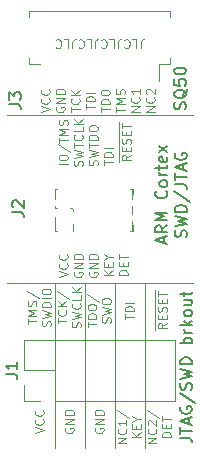
<source format=gbr>
%TF.GenerationSoftware,KiCad,Pcbnew,5.1.10*%
%TF.CreationDate,2021-08-07T23:12:06+02:00*%
%TF.ProjectId,debugconn-2side,64656275-6763-46f6-9e6e-2d3273696465,rev?*%
%TF.SameCoordinates,Original*%
%TF.FileFunction,Legend,Top*%
%TF.FilePolarity,Positive*%
%FSLAX46Y46*%
G04 Gerber Fmt 4.6, Leading zero omitted, Abs format (unit mm)*
G04 Created by KiCad (PCBNEW 5.1.10) date 2021-08-07 23:12:06*
%MOMM*%
%LPD*%
G01*
G04 APERTURE LIST*
%ADD10C,0.150000*%
%ADD11C,0.100000*%
%ADD12C,0.120000*%
G04 APERTURE END LIST*
D10*
X166838380Y-89542190D02*
X167552666Y-89542190D01*
X167695523Y-89589809D01*
X167790761Y-89685047D01*
X167838380Y-89827904D01*
X167838380Y-89923142D01*
X166838380Y-89208857D02*
X166838380Y-88637428D01*
X167838380Y-88923142D02*
X166838380Y-88923142D01*
X167552666Y-88351714D02*
X167552666Y-87875523D01*
X167838380Y-88446952D02*
X166838380Y-88113619D01*
X167838380Y-87780285D01*
X166886000Y-86923142D02*
X166838380Y-87018380D01*
X166838380Y-87161238D01*
X166886000Y-87304095D01*
X166981238Y-87399333D01*
X167076476Y-87446952D01*
X167266952Y-87494571D01*
X167409809Y-87494571D01*
X167600285Y-87446952D01*
X167695523Y-87399333D01*
X167790761Y-87304095D01*
X167838380Y-87161238D01*
X167838380Y-87066000D01*
X167790761Y-86923142D01*
X167743142Y-86875523D01*
X167409809Y-86875523D01*
X167409809Y-87066000D01*
X166790761Y-85732666D02*
X168076476Y-86589809D01*
X167790761Y-85446952D02*
X167838380Y-85304095D01*
X167838380Y-85066000D01*
X167790761Y-84970761D01*
X167743142Y-84923142D01*
X167647904Y-84875523D01*
X167552666Y-84875523D01*
X167457428Y-84923142D01*
X167409809Y-84970761D01*
X167362190Y-85066000D01*
X167314571Y-85256476D01*
X167266952Y-85351714D01*
X167219333Y-85399333D01*
X167124095Y-85446952D01*
X167028857Y-85446952D01*
X166933619Y-85399333D01*
X166886000Y-85351714D01*
X166838380Y-85256476D01*
X166838380Y-85018380D01*
X166886000Y-84875523D01*
X166838380Y-84542190D02*
X167838380Y-84304095D01*
X167124095Y-84113619D01*
X167838380Y-83923142D01*
X166838380Y-83685047D01*
X167838380Y-83304095D02*
X166838380Y-83304095D01*
X166838380Y-83066000D01*
X166886000Y-82923142D01*
X166981238Y-82827904D01*
X167076476Y-82780285D01*
X167266952Y-82732666D01*
X167409809Y-82732666D01*
X167600285Y-82780285D01*
X167695523Y-82827904D01*
X167790761Y-82923142D01*
X167838380Y-83066000D01*
X167838380Y-83304095D01*
X167838380Y-81542190D02*
X166838380Y-81542190D01*
X167219333Y-81542190D02*
X167171714Y-81446952D01*
X167171714Y-81256476D01*
X167219333Y-81161238D01*
X167266952Y-81113619D01*
X167362190Y-81066000D01*
X167647904Y-81066000D01*
X167743142Y-81113619D01*
X167790761Y-81161238D01*
X167838380Y-81256476D01*
X167838380Y-81446952D01*
X167790761Y-81542190D01*
X167838380Y-80637428D02*
X167171714Y-80637428D01*
X167362190Y-80637428D02*
X167266952Y-80589809D01*
X167219333Y-80542190D01*
X167171714Y-80446952D01*
X167171714Y-80351714D01*
X167838380Y-80018380D02*
X166838380Y-80018380D01*
X167457428Y-79923142D02*
X167838380Y-79637428D01*
X167171714Y-79637428D02*
X167552666Y-80018380D01*
X167838380Y-79066000D02*
X167790761Y-79161238D01*
X167743142Y-79208857D01*
X167647904Y-79256476D01*
X167362190Y-79256476D01*
X167266952Y-79208857D01*
X167219333Y-79161238D01*
X167171714Y-79066000D01*
X167171714Y-78923142D01*
X167219333Y-78827904D01*
X167266952Y-78780285D01*
X167362190Y-78732666D01*
X167647904Y-78732666D01*
X167743142Y-78780285D01*
X167790761Y-78827904D01*
X167838380Y-78923142D01*
X167838380Y-79066000D01*
X167171714Y-77875523D02*
X167838380Y-77875523D01*
X167171714Y-78304095D02*
X167695523Y-78304095D01*
X167790761Y-78256476D01*
X167838380Y-78161238D01*
X167838380Y-78018380D01*
X167790761Y-77923142D01*
X167743142Y-77875523D01*
X167171714Y-77542190D02*
X167171714Y-77161238D01*
X166838380Y-77399333D02*
X167695523Y-77399333D01*
X167790761Y-77351714D01*
X167838380Y-77256476D01*
X167838380Y-77161238D01*
D11*
X163484285Y-56544714D02*
X163484285Y-56009000D01*
X163520000Y-55901857D01*
X163591428Y-55830428D01*
X163698571Y-55794714D01*
X163770000Y-55794714D01*
X162770000Y-55794714D02*
X163127142Y-55794714D01*
X163127142Y-56544714D01*
X162091428Y-55866142D02*
X162127142Y-55830428D01*
X162234285Y-55794714D01*
X162305714Y-55794714D01*
X162412857Y-55830428D01*
X162484285Y-55901857D01*
X162520000Y-55973285D01*
X162555714Y-56116142D01*
X162555714Y-56223285D01*
X162520000Y-56366142D01*
X162484285Y-56437571D01*
X162412857Y-56509000D01*
X162305714Y-56544714D01*
X162234285Y-56544714D01*
X162127142Y-56509000D01*
X162091428Y-56473285D01*
X161555714Y-56544714D02*
X161555714Y-56009000D01*
X161591428Y-55901857D01*
X161662857Y-55830428D01*
X161770000Y-55794714D01*
X161841428Y-55794714D01*
X160841428Y-55794714D02*
X161198571Y-55794714D01*
X161198571Y-56544714D01*
X160162857Y-55866142D02*
X160198571Y-55830428D01*
X160305714Y-55794714D01*
X160377142Y-55794714D01*
X160484285Y-55830428D01*
X160555714Y-55901857D01*
X160591428Y-55973285D01*
X160627142Y-56116142D01*
X160627142Y-56223285D01*
X160591428Y-56366142D01*
X160555714Y-56437571D01*
X160484285Y-56509000D01*
X160377142Y-56544714D01*
X160305714Y-56544714D01*
X160198571Y-56509000D01*
X160162857Y-56473285D01*
X159627142Y-56544714D02*
X159627142Y-56009000D01*
X159662857Y-55901857D01*
X159734285Y-55830428D01*
X159841428Y-55794714D01*
X159912857Y-55794714D01*
X158912857Y-55794714D02*
X159270000Y-55794714D01*
X159270000Y-56544714D01*
X158234285Y-55866142D02*
X158270000Y-55830428D01*
X158377142Y-55794714D01*
X158448571Y-55794714D01*
X158555714Y-55830428D01*
X158627142Y-55901857D01*
X158662857Y-55973285D01*
X158698571Y-56116142D01*
X158698571Y-56223285D01*
X158662857Y-56366142D01*
X158627142Y-56437571D01*
X158555714Y-56509000D01*
X158448571Y-56544714D01*
X158377142Y-56544714D01*
X158270000Y-56509000D01*
X158234285Y-56473285D01*
X157698571Y-56544714D02*
X157698571Y-56009000D01*
X157734285Y-55901857D01*
X157805714Y-55830428D01*
X157912857Y-55794714D01*
X157984285Y-55794714D01*
X156984285Y-55794714D02*
X157341428Y-55794714D01*
X157341428Y-56544714D01*
X156305714Y-55866142D02*
X156341428Y-55830428D01*
X156448571Y-55794714D01*
X156520000Y-55794714D01*
X156627142Y-55830428D01*
X156698571Y-55901857D01*
X156734285Y-55973285D01*
X156770000Y-56116142D01*
X156770000Y-56223285D01*
X156734285Y-56366142D01*
X156698571Y-56437571D01*
X156627142Y-56509000D01*
X156520000Y-56544714D01*
X156448571Y-56544714D01*
X156341428Y-56509000D01*
X156305714Y-56473285D01*
D10*
X167282761Y-61705904D02*
X167330380Y-61563047D01*
X167330380Y-61324952D01*
X167282761Y-61229714D01*
X167235142Y-61182095D01*
X167139904Y-61134476D01*
X167044666Y-61134476D01*
X166949428Y-61182095D01*
X166901809Y-61229714D01*
X166854190Y-61324952D01*
X166806571Y-61515428D01*
X166758952Y-61610666D01*
X166711333Y-61658285D01*
X166616095Y-61705904D01*
X166520857Y-61705904D01*
X166425619Y-61658285D01*
X166378000Y-61610666D01*
X166330380Y-61515428D01*
X166330380Y-61277333D01*
X166378000Y-61134476D01*
X167425619Y-60039238D02*
X167378000Y-60134476D01*
X167282761Y-60229714D01*
X167139904Y-60372571D01*
X167092285Y-60467809D01*
X167092285Y-60563047D01*
X167330380Y-60515428D02*
X167282761Y-60610666D01*
X167187523Y-60705904D01*
X166997047Y-60753523D01*
X166663714Y-60753523D01*
X166473238Y-60705904D01*
X166378000Y-60610666D01*
X166330380Y-60515428D01*
X166330380Y-60324952D01*
X166378000Y-60229714D01*
X166473238Y-60134476D01*
X166663714Y-60086857D01*
X166997047Y-60086857D01*
X167187523Y-60134476D01*
X167282761Y-60229714D01*
X167330380Y-60324952D01*
X167330380Y-60515428D01*
X166330380Y-59182095D02*
X166330380Y-59658285D01*
X166806571Y-59705904D01*
X166758952Y-59658285D01*
X166711333Y-59563047D01*
X166711333Y-59324952D01*
X166758952Y-59229714D01*
X166806571Y-59182095D01*
X166901809Y-59134476D01*
X167139904Y-59134476D01*
X167235142Y-59182095D01*
X167282761Y-59229714D01*
X167330380Y-59324952D01*
X167330380Y-59563047D01*
X167282761Y-59658285D01*
X167235142Y-59705904D01*
X166330380Y-58515428D02*
X166330380Y-58420190D01*
X166378000Y-58324952D01*
X166425619Y-58277333D01*
X166520857Y-58229714D01*
X166711333Y-58182095D01*
X166949428Y-58182095D01*
X167139904Y-58229714D01*
X167235142Y-58277333D01*
X167282761Y-58324952D01*
X167330380Y-58420190D01*
X167330380Y-58515428D01*
X167282761Y-58610666D01*
X167235142Y-58658285D01*
X167139904Y-58705904D01*
X166949428Y-58753523D01*
X166711333Y-58753523D01*
X166520857Y-58705904D01*
X166425619Y-58658285D01*
X166378000Y-58610666D01*
X166330380Y-58515428D01*
X165457666Y-73032428D02*
X165457666Y-72556238D01*
X165743380Y-73127666D02*
X164743380Y-72794333D01*
X165743380Y-72461000D01*
X165743380Y-71556238D02*
X165267190Y-71889571D01*
X165743380Y-72127666D02*
X164743380Y-72127666D01*
X164743380Y-71746714D01*
X164791000Y-71651476D01*
X164838619Y-71603857D01*
X164933857Y-71556238D01*
X165076714Y-71556238D01*
X165171952Y-71603857D01*
X165219571Y-71651476D01*
X165267190Y-71746714D01*
X165267190Y-72127666D01*
X165743380Y-71127666D02*
X164743380Y-71127666D01*
X165457666Y-70794333D01*
X164743380Y-70461000D01*
X165743380Y-70461000D01*
X165648142Y-68651476D02*
X165695761Y-68699095D01*
X165743380Y-68841952D01*
X165743380Y-68937190D01*
X165695761Y-69080047D01*
X165600523Y-69175285D01*
X165505285Y-69222904D01*
X165314809Y-69270523D01*
X165171952Y-69270523D01*
X164981476Y-69222904D01*
X164886238Y-69175285D01*
X164791000Y-69080047D01*
X164743380Y-68937190D01*
X164743380Y-68841952D01*
X164791000Y-68699095D01*
X164838619Y-68651476D01*
X165743380Y-68080047D02*
X165695761Y-68175285D01*
X165648142Y-68222904D01*
X165552904Y-68270523D01*
X165267190Y-68270523D01*
X165171952Y-68222904D01*
X165124333Y-68175285D01*
X165076714Y-68080047D01*
X165076714Y-67937190D01*
X165124333Y-67841952D01*
X165171952Y-67794333D01*
X165267190Y-67746714D01*
X165552904Y-67746714D01*
X165648142Y-67794333D01*
X165695761Y-67841952D01*
X165743380Y-67937190D01*
X165743380Y-68080047D01*
X165743380Y-67318142D02*
X165076714Y-67318142D01*
X165267190Y-67318142D02*
X165171952Y-67270523D01*
X165124333Y-67222904D01*
X165076714Y-67127666D01*
X165076714Y-67032428D01*
X165076714Y-66841952D02*
X165076714Y-66461000D01*
X164743380Y-66699095D02*
X165600523Y-66699095D01*
X165695761Y-66651476D01*
X165743380Y-66556238D01*
X165743380Y-66461000D01*
X165695761Y-65746714D02*
X165743380Y-65841952D01*
X165743380Y-66032428D01*
X165695761Y-66127666D01*
X165600523Y-66175285D01*
X165219571Y-66175285D01*
X165124333Y-66127666D01*
X165076714Y-66032428D01*
X165076714Y-65841952D01*
X165124333Y-65746714D01*
X165219571Y-65699095D01*
X165314809Y-65699095D01*
X165410047Y-66175285D01*
X165743380Y-65365761D02*
X165076714Y-64841952D01*
X165076714Y-65365761D02*
X165743380Y-64841952D01*
X167345761Y-72532428D02*
X167393380Y-72389571D01*
X167393380Y-72151476D01*
X167345761Y-72056238D01*
X167298142Y-72008619D01*
X167202904Y-71961000D01*
X167107666Y-71961000D01*
X167012428Y-72008619D01*
X166964809Y-72056238D01*
X166917190Y-72151476D01*
X166869571Y-72341952D01*
X166821952Y-72437190D01*
X166774333Y-72484809D01*
X166679095Y-72532428D01*
X166583857Y-72532428D01*
X166488619Y-72484809D01*
X166441000Y-72437190D01*
X166393380Y-72341952D01*
X166393380Y-72103857D01*
X166441000Y-71961000D01*
X166393380Y-71627666D02*
X167393380Y-71389571D01*
X166679095Y-71199095D01*
X167393380Y-71008619D01*
X166393380Y-70770523D01*
X167393380Y-70389571D02*
X166393380Y-70389571D01*
X166393380Y-70151476D01*
X166441000Y-70008619D01*
X166536238Y-69913380D01*
X166631476Y-69865761D01*
X166821952Y-69818142D01*
X166964809Y-69818142D01*
X167155285Y-69865761D01*
X167250523Y-69913380D01*
X167345761Y-70008619D01*
X167393380Y-70151476D01*
X167393380Y-70389571D01*
X166345761Y-68675285D02*
X167631476Y-69532428D01*
X166393380Y-68056238D02*
X167107666Y-68056238D01*
X167250523Y-68103857D01*
X167345761Y-68199095D01*
X167393380Y-68341952D01*
X167393380Y-68437190D01*
X166393380Y-67722904D02*
X166393380Y-67151476D01*
X167393380Y-67437190D02*
X166393380Y-67437190D01*
X167107666Y-66865761D02*
X167107666Y-66389571D01*
X167393380Y-66961000D02*
X166393380Y-66627666D01*
X167393380Y-66294333D01*
X166441000Y-65437190D02*
X166393380Y-65532428D01*
X166393380Y-65675285D01*
X166441000Y-65818142D01*
X166536238Y-65913380D01*
X166631476Y-65961000D01*
X166821952Y-66008619D01*
X166964809Y-66008619D01*
X167155285Y-65961000D01*
X167250523Y-65913380D01*
X167345761Y-65818142D01*
X167393380Y-65675285D01*
X167393380Y-65580047D01*
X167345761Y-65437190D01*
X167298142Y-65389571D01*
X166964809Y-65389571D01*
X166964809Y-65580047D01*
D12*
X163830000Y-90424000D02*
X163830000Y-76454000D01*
X161290000Y-90424000D02*
X161290000Y-76454000D01*
X158750000Y-90424000D02*
X158750000Y-76454000D01*
X156210000Y-90424000D02*
X156210000Y-76454000D01*
X152146000Y-62230000D02*
X167894000Y-62230000D01*
X152146000Y-76454000D02*
X167894000Y-76454000D01*
D11*
X157105000Y-88709428D02*
X157069285Y-88780857D01*
X157069285Y-88888000D01*
X157105000Y-88995142D01*
X157176428Y-89066571D01*
X157247857Y-89102285D01*
X157390714Y-89138000D01*
X157497857Y-89138000D01*
X157640714Y-89102285D01*
X157712142Y-89066571D01*
X157783571Y-88995142D01*
X157819285Y-88888000D01*
X157819285Y-88816571D01*
X157783571Y-88709428D01*
X157747857Y-88673714D01*
X157497857Y-88673714D01*
X157497857Y-88816571D01*
X157819285Y-88352285D02*
X157069285Y-88352285D01*
X157819285Y-87923714D01*
X157069285Y-87923714D01*
X157819285Y-87566571D02*
X157069285Y-87566571D01*
X157069285Y-87388000D01*
X157105000Y-87280857D01*
X157176428Y-87209428D01*
X157247857Y-87173714D01*
X157390714Y-87138000D01*
X157497857Y-87138000D01*
X157640714Y-87173714D01*
X157712142Y-87209428D01*
X157783571Y-87280857D01*
X157819285Y-87388000D01*
X157819285Y-87566571D01*
X154529285Y-89138000D02*
X155279285Y-88888000D01*
X154529285Y-88638000D01*
X155207857Y-87959428D02*
X155243571Y-87995142D01*
X155279285Y-88102285D01*
X155279285Y-88173714D01*
X155243571Y-88280857D01*
X155172142Y-88352285D01*
X155100714Y-88388000D01*
X154957857Y-88423714D01*
X154850714Y-88423714D01*
X154707857Y-88388000D01*
X154636428Y-88352285D01*
X154565000Y-88280857D01*
X154529285Y-88173714D01*
X154529285Y-88102285D01*
X154565000Y-87995142D01*
X154600714Y-87959428D01*
X155207857Y-87209428D02*
X155243571Y-87245142D01*
X155279285Y-87352285D01*
X155279285Y-87423714D01*
X155243571Y-87530857D01*
X155172142Y-87602285D01*
X155100714Y-87638000D01*
X154957857Y-87673714D01*
X154850714Y-87673714D01*
X154707857Y-87638000D01*
X154636428Y-87602285D01*
X154565000Y-87530857D01*
X154529285Y-87423714D01*
X154529285Y-87352285D01*
X154565000Y-87245142D01*
X154600714Y-87209428D01*
X162286785Y-89985285D02*
X161536785Y-89985285D01*
X162286785Y-89556714D01*
X161536785Y-89556714D01*
X162215357Y-88771000D02*
X162251071Y-88806714D01*
X162286785Y-88913857D01*
X162286785Y-88985285D01*
X162251071Y-89092428D01*
X162179642Y-89163857D01*
X162108214Y-89199571D01*
X161965357Y-89235285D01*
X161858214Y-89235285D01*
X161715357Y-89199571D01*
X161643928Y-89163857D01*
X161572500Y-89092428D01*
X161536785Y-88985285D01*
X161536785Y-88913857D01*
X161572500Y-88806714D01*
X161608214Y-88771000D01*
X162286785Y-88056714D02*
X162286785Y-88485285D01*
X162286785Y-88271000D02*
X161536785Y-88271000D01*
X161643928Y-88342428D01*
X161715357Y-88413857D01*
X161751071Y-88485285D01*
X161501071Y-87199571D02*
X162465357Y-87842428D01*
X163511785Y-89503142D02*
X162761785Y-89503142D01*
X163511785Y-89074571D02*
X163083214Y-89396000D01*
X162761785Y-89074571D02*
X163190357Y-89503142D01*
X163118928Y-88753142D02*
X163118928Y-88503142D01*
X163511785Y-88396000D02*
X163511785Y-88753142D01*
X162761785Y-88753142D01*
X162761785Y-88396000D01*
X163154642Y-87931714D02*
X163511785Y-87931714D01*
X162761785Y-88181714D02*
X163154642Y-87931714D01*
X162761785Y-87681714D01*
X159645000Y-88709428D02*
X159609285Y-88780857D01*
X159609285Y-88888000D01*
X159645000Y-88995142D01*
X159716428Y-89066571D01*
X159787857Y-89102285D01*
X159930714Y-89138000D01*
X160037857Y-89138000D01*
X160180714Y-89102285D01*
X160252142Y-89066571D01*
X160323571Y-88995142D01*
X160359285Y-88888000D01*
X160359285Y-88816571D01*
X160323571Y-88709428D01*
X160287857Y-88673714D01*
X160037857Y-88673714D01*
X160037857Y-88816571D01*
X160359285Y-88352285D02*
X159609285Y-88352285D01*
X160359285Y-87923714D01*
X159609285Y-87923714D01*
X160359285Y-87566571D02*
X159609285Y-87566571D01*
X159609285Y-87388000D01*
X159645000Y-87280857D01*
X159716428Y-87209428D01*
X159787857Y-87173714D01*
X159930714Y-87138000D01*
X160037857Y-87138000D01*
X160180714Y-87173714D01*
X160252142Y-87209428D01*
X160323571Y-87280857D01*
X160359285Y-87388000D01*
X160359285Y-87566571D01*
X164826785Y-89985285D02*
X164076785Y-89985285D01*
X164826785Y-89556714D01*
X164076785Y-89556714D01*
X164755357Y-88771000D02*
X164791071Y-88806714D01*
X164826785Y-88913857D01*
X164826785Y-88985285D01*
X164791071Y-89092428D01*
X164719642Y-89163857D01*
X164648214Y-89199571D01*
X164505357Y-89235285D01*
X164398214Y-89235285D01*
X164255357Y-89199571D01*
X164183928Y-89163857D01*
X164112500Y-89092428D01*
X164076785Y-88985285D01*
X164076785Y-88913857D01*
X164112500Y-88806714D01*
X164148214Y-88771000D01*
X164148214Y-88485285D02*
X164112500Y-88449571D01*
X164076785Y-88378142D01*
X164076785Y-88199571D01*
X164112500Y-88128142D01*
X164148214Y-88092428D01*
X164219642Y-88056714D01*
X164291071Y-88056714D01*
X164398214Y-88092428D01*
X164826785Y-88521000D01*
X164826785Y-88056714D01*
X164041071Y-87199571D02*
X165005357Y-87842428D01*
X166051785Y-89467428D02*
X165301785Y-89467428D01*
X165301785Y-89288857D01*
X165337500Y-89181714D01*
X165408928Y-89110285D01*
X165480357Y-89074571D01*
X165623214Y-89038857D01*
X165730357Y-89038857D01*
X165873214Y-89074571D01*
X165944642Y-89110285D01*
X166016071Y-89181714D01*
X166051785Y-89288857D01*
X166051785Y-89467428D01*
X165658928Y-88717428D02*
X165658928Y-88467428D01*
X166051785Y-88360285D02*
X166051785Y-88717428D01*
X165301785Y-88717428D01*
X165301785Y-88360285D01*
X165301785Y-88146000D02*
X165301785Y-87717428D01*
X166051785Y-87931714D02*
X165301785Y-87931714D01*
X162149285Y-79507857D02*
X162149285Y-79079285D01*
X162899285Y-79293571D02*
X162149285Y-79293571D01*
X162899285Y-78829285D02*
X162149285Y-78829285D01*
X162149285Y-78650714D01*
X162185000Y-78543571D01*
X162256428Y-78472142D01*
X162327857Y-78436428D01*
X162470714Y-78400714D01*
X162577857Y-78400714D01*
X162720714Y-78436428D01*
X162792142Y-78472142D01*
X162863571Y-78543571D01*
X162899285Y-78650714D01*
X162899285Y-78829285D01*
X162899285Y-78079285D02*
X162149285Y-78079285D01*
X153916785Y-79878857D02*
X153916785Y-79450285D01*
X154666785Y-79664571D02*
X153916785Y-79664571D01*
X154666785Y-79200285D02*
X153916785Y-79200285D01*
X154452500Y-78950285D01*
X153916785Y-78700285D01*
X154666785Y-78700285D01*
X154631071Y-78378857D02*
X154666785Y-78271714D01*
X154666785Y-78093142D01*
X154631071Y-78021714D01*
X154595357Y-77986000D01*
X154523928Y-77950285D01*
X154452500Y-77950285D01*
X154381071Y-77986000D01*
X154345357Y-78021714D01*
X154309642Y-78093142D01*
X154273928Y-78236000D01*
X154238214Y-78307428D01*
X154202500Y-78343142D01*
X154131071Y-78378857D01*
X154059642Y-78378857D01*
X153988214Y-78343142D01*
X153952500Y-78307428D01*
X153916785Y-78236000D01*
X153916785Y-78057428D01*
X153952500Y-77950285D01*
X153881071Y-77093142D02*
X154845357Y-77736000D01*
X155856071Y-80075285D02*
X155891785Y-79968142D01*
X155891785Y-79789571D01*
X155856071Y-79718142D01*
X155820357Y-79682428D01*
X155748928Y-79646714D01*
X155677500Y-79646714D01*
X155606071Y-79682428D01*
X155570357Y-79718142D01*
X155534642Y-79789571D01*
X155498928Y-79932428D01*
X155463214Y-80003857D01*
X155427500Y-80039571D01*
X155356071Y-80075285D01*
X155284642Y-80075285D01*
X155213214Y-80039571D01*
X155177500Y-80003857D01*
X155141785Y-79932428D01*
X155141785Y-79753857D01*
X155177500Y-79646714D01*
X155141785Y-79396714D02*
X155891785Y-79218142D01*
X155356071Y-79075285D01*
X155891785Y-78932428D01*
X155141785Y-78753857D01*
X155891785Y-78468142D02*
X155141785Y-78468142D01*
X155141785Y-78289571D01*
X155177500Y-78182428D01*
X155248928Y-78111000D01*
X155320357Y-78075285D01*
X155463214Y-78039571D01*
X155570357Y-78039571D01*
X155713214Y-78075285D01*
X155784642Y-78111000D01*
X155856071Y-78182428D01*
X155891785Y-78289571D01*
X155891785Y-78468142D01*
X155891785Y-77718142D02*
X155141785Y-77718142D01*
X155141785Y-77218142D02*
X155141785Y-77075285D01*
X155177500Y-77003857D01*
X155248928Y-76932428D01*
X155391785Y-76896714D01*
X155641785Y-76896714D01*
X155784642Y-76932428D01*
X155856071Y-77003857D01*
X155891785Y-77075285D01*
X155891785Y-77218142D01*
X155856071Y-77289571D01*
X155784642Y-77361000D01*
X155641785Y-77396714D01*
X155391785Y-77396714D01*
X155248928Y-77361000D01*
X155177500Y-77289571D01*
X155141785Y-77218142D01*
X156456785Y-79843142D02*
X156456785Y-79414571D01*
X157206785Y-79628857D02*
X156456785Y-79628857D01*
X157135357Y-78736000D02*
X157171071Y-78771714D01*
X157206785Y-78878857D01*
X157206785Y-78950285D01*
X157171071Y-79057428D01*
X157099642Y-79128857D01*
X157028214Y-79164571D01*
X156885357Y-79200285D01*
X156778214Y-79200285D01*
X156635357Y-79164571D01*
X156563928Y-79128857D01*
X156492500Y-79057428D01*
X156456785Y-78950285D01*
X156456785Y-78878857D01*
X156492500Y-78771714D01*
X156528214Y-78736000D01*
X157206785Y-78414571D02*
X156456785Y-78414571D01*
X157206785Y-77986000D02*
X156778214Y-78307428D01*
X156456785Y-77986000D02*
X156885357Y-78414571D01*
X156421071Y-77128857D02*
X157385357Y-77771714D01*
X158396071Y-80182428D02*
X158431785Y-80075285D01*
X158431785Y-79896714D01*
X158396071Y-79825285D01*
X158360357Y-79789571D01*
X158288928Y-79753857D01*
X158217500Y-79753857D01*
X158146071Y-79789571D01*
X158110357Y-79825285D01*
X158074642Y-79896714D01*
X158038928Y-80039571D01*
X158003214Y-80111000D01*
X157967500Y-80146714D01*
X157896071Y-80182428D01*
X157824642Y-80182428D01*
X157753214Y-80146714D01*
X157717500Y-80111000D01*
X157681785Y-80039571D01*
X157681785Y-79861000D01*
X157717500Y-79753857D01*
X157681785Y-79503857D02*
X158431785Y-79325285D01*
X157896071Y-79182428D01*
X158431785Y-79039571D01*
X157681785Y-78861000D01*
X158360357Y-78146714D02*
X158396071Y-78182428D01*
X158431785Y-78289571D01*
X158431785Y-78361000D01*
X158396071Y-78468142D01*
X158324642Y-78539571D01*
X158253214Y-78575285D01*
X158110357Y-78611000D01*
X158003214Y-78611000D01*
X157860357Y-78575285D01*
X157788928Y-78539571D01*
X157717500Y-78468142D01*
X157681785Y-78361000D01*
X157681785Y-78289571D01*
X157717500Y-78182428D01*
X157753214Y-78146714D01*
X158431785Y-77468142D02*
X158431785Y-77825285D01*
X157681785Y-77825285D01*
X158431785Y-77218142D02*
X157681785Y-77218142D01*
X158431785Y-76789571D02*
X158003214Y-77111000D01*
X157681785Y-76789571D02*
X158110357Y-77218142D01*
X164684000Y-80436428D02*
X164684000Y-79686428D01*
X165693285Y-79829285D02*
X165336142Y-80079285D01*
X165693285Y-80257857D02*
X164943285Y-80257857D01*
X164943285Y-79972142D01*
X164979000Y-79900714D01*
X165014714Y-79865000D01*
X165086142Y-79829285D01*
X165193285Y-79829285D01*
X165264714Y-79865000D01*
X165300428Y-79900714D01*
X165336142Y-79972142D01*
X165336142Y-80257857D01*
X164684000Y-79686428D02*
X164684000Y-79007857D01*
X165300428Y-79507857D02*
X165300428Y-79257857D01*
X165693285Y-79150714D02*
X165693285Y-79507857D01*
X164943285Y-79507857D01*
X164943285Y-79150714D01*
X164684000Y-79007857D02*
X164684000Y-78293571D01*
X165657571Y-78865000D02*
X165693285Y-78757857D01*
X165693285Y-78579285D01*
X165657571Y-78507857D01*
X165621857Y-78472142D01*
X165550428Y-78436428D01*
X165479000Y-78436428D01*
X165407571Y-78472142D01*
X165371857Y-78507857D01*
X165336142Y-78579285D01*
X165300428Y-78722142D01*
X165264714Y-78793571D01*
X165229000Y-78829285D01*
X165157571Y-78865000D01*
X165086142Y-78865000D01*
X165014714Y-78829285D01*
X164979000Y-78793571D01*
X164943285Y-78722142D01*
X164943285Y-78543571D01*
X164979000Y-78436428D01*
X164684000Y-78293571D02*
X164684000Y-77615000D01*
X165300428Y-78115000D02*
X165300428Y-77865000D01*
X165693285Y-77757857D02*
X165693285Y-78115000D01*
X164943285Y-78115000D01*
X164943285Y-77757857D01*
X164684000Y-77615000D02*
X164684000Y-77043571D01*
X164943285Y-77543571D02*
X164943285Y-77115000D01*
X165693285Y-77329285D02*
X164943285Y-77329285D01*
X158996785Y-80115000D02*
X158996785Y-79686428D01*
X159746785Y-79900714D02*
X158996785Y-79900714D01*
X159746785Y-79436428D02*
X158996785Y-79436428D01*
X158996785Y-79257857D01*
X159032500Y-79150714D01*
X159103928Y-79079285D01*
X159175357Y-79043571D01*
X159318214Y-79007857D01*
X159425357Y-79007857D01*
X159568214Y-79043571D01*
X159639642Y-79079285D01*
X159711071Y-79150714D01*
X159746785Y-79257857D01*
X159746785Y-79436428D01*
X158996785Y-78543571D02*
X158996785Y-78400714D01*
X159032500Y-78329285D01*
X159103928Y-78257857D01*
X159246785Y-78222142D01*
X159496785Y-78222142D01*
X159639642Y-78257857D01*
X159711071Y-78329285D01*
X159746785Y-78400714D01*
X159746785Y-78543571D01*
X159711071Y-78615000D01*
X159639642Y-78686428D01*
X159496785Y-78722142D01*
X159246785Y-78722142D01*
X159103928Y-78686428D01*
X159032500Y-78615000D01*
X158996785Y-78543571D01*
X158961071Y-77365000D02*
X159925357Y-78007857D01*
X160936071Y-79775714D02*
X160971785Y-79668571D01*
X160971785Y-79490000D01*
X160936071Y-79418571D01*
X160900357Y-79382857D01*
X160828928Y-79347142D01*
X160757500Y-79347142D01*
X160686071Y-79382857D01*
X160650357Y-79418571D01*
X160614642Y-79490000D01*
X160578928Y-79632857D01*
X160543214Y-79704285D01*
X160507500Y-79740000D01*
X160436071Y-79775714D01*
X160364642Y-79775714D01*
X160293214Y-79740000D01*
X160257500Y-79704285D01*
X160221785Y-79632857D01*
X160221785Y-79454285D01*
X160257500Y-79347142D01*
X160221785Y-79097142D02*
X160971785Y-78918571D01*
X160436071Y-78775714D01*
X160971785Y-78632857D01*
X160221785Y-78454285D01*
X160221785Y-78025714D02*
X160221785Y-77882857D01*
X160257500Y-77811428D01*
X160328928Y-77740000D01*
X160471785Y-77704285D01*
X160721785Y-77704285D01*
X160864642Y-77740000D01*
X160936071Y-77811428D01*
X160971785Y-77882857D01*
X160971785Y-78025714D01*
X160936071Y-78097142D01*
X160864642Y-78168571D01*
X160721785Y-78204285D01*
X160471785Y-78204285D01*
X160328928Y-78168571D01*
X160257500Y-78097142D01*
X160221785Y-78025714D01*
X162391285Y-75751428D02*
X161641285Y-75751428D01*
X161641285Y-75572857D01*
X161677000Y-75465714D01*
X161748428Y-75394285D01*
X161819857Y-75358571D01*
X161962714Y-75322857D01*
X162069857Y-75322857D01*
X162212714Y-75358571D01*
X162284142Y-75394285D01*
X162355571Y-75465714D01*
X162391285Y-75572857D01*
X162391285Y-75751428D01*
X161998428Y-75001428D02*
X161998428Y-74751428D01*
X162391285Y-74644285D02*
X162391285Y-75001428D01*
X161641285Y-75001428D01*
X161641285Y-74644285D01*
X161641285Y-74430000D02*
X161641285Y-74001428D01*
X162391285Y-74215714D02*
X161641285Y-74215714D01*
X161121285Y-75787142D02*
X160371285Y-75787142D01*
X161121285Y-75358571D02*
X160692714Y-75680000D01*
X160371285Y-75358571D02*
X160799857Y-75787142D01*
X160728428Y-75037142D02*
X160728428Y-74787142D01*
X161121285Y-74680000D02*
X161121285Y-75037142D01*
X160371285Y-75037142D01*
X160371285Y-74680000D01*
X160764142Y-74215714D02*
X161121285Y-74215714D01*
X160371285Y-74465714D02*
X160764142Y-74215714D01*
X160371285Y-73965714D01*
X159137000Y-75501428D02*
X159101285Y-75572857D01*
X159101285Y-75680000D01*
X159137000Y-75787142D01*
X159208428Y-75858571D01*
X159279857Y-75894285D01*
X159422714Y-75930000D01*
X159529857Y-75930000D01*
X159672714Y-75894285D01*
X159744142Y-75858571D01*
X159815571Y-75787142D01*
X159851285Y-75680000D01*
X159851285Y-75608571D01*
X159815571Y-75501428D01*
X159779857Y-75465714D01*
X159529857Y-75465714D01*
X159529857Y-75608571D01*
X159851285Y-75144285D02*
X159101285Y-75144285D01*
X159851285Y-74715714D01*
X159101285Y-74715714D01*
X159851285Y-74358571D02*
X159101285Y-74358571D01*
X159101285Y-74180000D01*
X159137000Y-74072857D01*
X159208428Y-74001428D01*
X159279857Y-73965714D01*
X159422714Y-73930000D01*
X159529857Y-73930000D01*
X159672714Y-73965714D01*
X159744142Y-74001428D01*
X159815571Y-74072857D01*
X159851285Y-74180000D01*
X159851285Y-74358571D01*
X157867000Y-75501428D02*
X157831285Y-75572857D01*
X157831285Y-75680000D01*
X157867000Y-75787142D01*
X157938428Y-75858571D01*
X158009857Y-75894285D01*
X158152714Y-75930000D01*
X158259857Y-75930000D01*
X158402714Y-75894285D01*
X158474142Y-75858571D01*
X158545571Y-75787142D01*
X158581285Y-75680000D01*
X158581285Y-75608571D01*
X158545571Y-75501428D01*
X158509857Y-75465714D01*
X158259857Y-75465714D01*
X158259857Y-75608571D01*
X158581285Y-75144285D02*
X157831285Y-75144285D01*
X158581285Y-74715714D01*
X157831285Y-74715714D01*
X158581285Y-74358571D02*
X157831285Y-74358571D01*
X157831285Y-74180000D01*
X157867000Y-74072857D01*
X157938428Y-74001428D01*
X158009857Y-73965714D01*
X158152714Y-73930000D01*
X158259857Y-73930000D01*
X158402714Y-73965714D01*
X158474142Y-74001428D01*
X158545571Y-74072857D01*
X158581285Y-74180000D01*
X158581285Y-74358571D01*
X156561285Y-75930000D02*
X157311285Y-75680000D01*
X156561285Y-75430000D01*
X157239857Y-74751428D02*
X157275571Y-74787142D01*
X157311285Y-74894285D01*
X157311285Y-74965714D01*
X157275571Y-75072857D01*
X157204142Y-75144285D01*
X157132714Y-75180000D01*
X156989857Y-75215714D01*
X156882714Y-75215714D01*
X156739857Y-75180000D01*
X156668428Y-75144285D01*
X156597000Y-75072857D01*
X156561285Y-74965714D01*
X156561285Y-74894285D01*
X156597000Y-74787142D01*
X156632714Y-74751428D01*
X157239857Y-74001428D02*
X157275571Y-74037142D01*
X157311285Y-74144285D01*
X157311285Y-74215714D01*
X157275571Y-74322857D01*
X157204142Y-74394285D01*
X157132714Y-74430000D01*
X156989857Y-74465714D01*
X156882714Y-74465714D01*
X156739857Y-74430000D01*
X156668428Y-74394285D01*
X156597000Y-74322857D01*
X156561285Y-74215714D01*
X156561285Y-74144285D01*
X156597000Y-74037142D01*
X156632714Y-74001428D01*
X161636000Y-66212428D02*
X161636000Y-65462428D01*
X162645285Y-65605285D02*
X162288142Y-65855285D01*
X162645285Y-66033857D02*
X161895285Y-66033857D01*
X161895285Y-65748142D01*
X161931000Y-65676714D01*
X161966714Y-65641000D01*
X162038142Y-65605285D01*
X162145285Y-65605285D01*
X162216714Y-65641000D01*
X162252428Y-65676714D01*
X162288142Y-65748142D01*
X162288142Y-66033857D01*
X161636000Y-65462428D02*
X161636000Y-64783857D01*
X162252428Y-65283857D02*
X162252428Y-65033857D01*
X162645285Y-64926714D02*
X162645285Y-65283857D01*
X161895285Y-65283857D01*
X161895285Y-64926714D01*
X161636000Y-64783857D02*
X161636000Y-64069571D01*
X162609571Y-64641000D02*
X162645285Y-64533857D01*
X162645285Y-64355285D01*
X162609571Y-64283857D01*
X162573857Y-64248142D01*
X162502428Y-64212428D01*
X162431000Y-64212428D01*
X162359571Y-64248142D01*
X162323857Y-64283857D01*
X162288142Y-64355285D01*
X162252428Y-64498142D01*
X162216714Y-64569571D01*
X162181000Y-64605285D01*
X162109571Y-64641000D01*
X162038142Y-64641000D01*
X161966714Y-64605285D01*
X161931000Y-64569571D01*
X161895285Y-64498142D01*
X161895285Y-64319571D01*
X161931000Y-64212428D01*
X161636000Y-64069571D02*
X161636000Y-63391000D01*
X162252428Y-63891000D02*
X162252428Y-63641000D01*
X162645285Y-63533857D02*
X162645285Y-63891000D01*
X161895285Y-63891000D01*
X161895285Y-63533857D01*
X161636000Y-63391000D02*
X161636000Y-62819571D01*
X161895285Y-63319571D02*
X161895285Y-62891000D01*
X162645285Y-63105285D02*
X161895285Y-63105285D01*
X160371285Y-66426857D02*
X160371285Y-65998285D01*
X161121285Y-66212571D02*
X160371285Y-66212571D01*
X161121285Y-65748285D02*
X160371285Y-65748285D01*
X160371285Y-65569714D01*
X160407000Y-65462571D01*
X160478428Y-65391142D01*
X160549857Y-65355428D01*
X160692714Y-65319714D01*
X160799857Y-65319714D01*
X160942714Y-65355428D01*
X161014142Y-65391142D01*
X161085571Y-65462571D01*
X161121285Y-65569714D01*
X161121285Y-65748285D01*
X161121285Y-64998285D02*
X160371285Y-64998285D01*
X159815571Y-66466428D02*
X159851285Y-66359285D01*
X159851285Y-66180714D01*
X159815571Y-66109285D01*
X159779857Y-66073571D01*
X159708428Y-66037857D01*
X159637000Y-66037857D01*
X159565571Y-66073571D01*
X159529857Y-66109285D01*
X159494142Y-66180714D01*
X159458428Y-66323571D01*
X159422714Y-66395000D01*
X159387000Y-66430714D01*
X159315571Y-66466428D01*
X159244142Y-66466428D01*
X159172714Y-66430714D01*
X159137000Y-66395000D01*
X159101285Y-66323571D01*
X159101285Y-66145000D01*
X159137000Y-66037857D01*
X159101285Y-65787857D02*
X159851285Y-65609285D01*
X159315571Y-65466428D01*
X159851285Y-65323571D01*
X159101285Y-65145000D01*
X159101285Y-64966428D02*
X159101285Y-64537857D01*
X159851285Y-64752142D02*
X159101285Y-64752142D01*
X159851285Y-64287857D02*
X159101285Y-64287857D01*
X159101285Y-64109285D01*
X159137000Y-64002142D01*
X159208428Y-63930714D01*
X159279857Y-63895000D01*
X159422714Y-63859285D01*
X159529857Y-63859285D01*
X159672714Y-63895000D01*
X159744142Y-63930714D01*
X159815571Y-64002142D01*
X159851285Y-64109285D01*
X159851285Y-64287857D01*
X159101285Y-63395000D02*
X159101285Y-63252142D01*
X159137000Y-63180714D01*
X159208428Y-63109285D01*
X159351285Y-63073571D01*
X159601285Y-63073571D01*
X159744142Y-63109285D01*
X159815571Y-63180714D01*
X159851285Y-63252142D01*
X159851285Y-63395000D01*
X159815571Y-63466428D01*
X159744142Y-63537857D01*
X159601285Y-63573571D01*
X159351285Y-63573571D01*
X159208428Y-63537857D01*
X159137000Y-63466428D01*
X159101285Y-63395000D01*
X158545571Y-66498142D02*
X158581285Y-66391000D01*
X158581285Y-66212428D01*
X158545571Y-66141000D01*
X158509857Y-66105285D01*
X158438428Y-66069571D01*
X158367000Y-66069571D01*
X158295571Y-66105285D01*
X158259857Y-66141000D01*
X158224142Y-66212428D01*
X158188428Y-66355285D01*
X158152714Y-66426714D01*
X158117000Y-66462428D01*
X158045571Y-66498142D01*
X157974142Y-66498142D01*
X157902714Y-66462428D01*
X157867000Y-66426714D01*
X157831285Y-66355285D01*
X157831285Y-66176714D01*
X157867000Y-66069571D01*
X157831285Y-65819571D02*
X158581285Y-65641000D01*
X158045571Y-65498142D01*
X158581285Y-65355285D01*
X157831285Y-65176714D01*
X157831285Y-64998142D02*
X157831285Y-64569571D01*
X158581285Y-64783857D02*
X157831285Y-64783857D01*
X158509857Y-63891000D02*
X158545571Y-63926714D01*
X158581285Y-64033857D01*
X158581285Y-64105285D01*
X158545571Y-64212428D01*
X158474142Y-64283857D01*
X158402714Y-64319571D01*
X158259857Y-64355285D01*
X158152714Y-64355285D01*
X158009857Y-64319571D01*
X157938428Y-64283857D01*
X157867000Y-64212428D01*
X157831285Y-64105285D01*
X157831285Y-64033857D01*
X157867000Y-63926714D01*
X157902714Y-63891000D01*
X158581285Y-63212428D02*
X158581285Y-63569571D01*
X157831285Y-63569571D01*
X158581285Y-62962428D02*
X157831285Y-62962428D01*
X158581285Y-62533857D02*
X158152714Y-62855285D01*
X157831285Y-62533857D02*
X158259857Y-62962428D01*
X157311285Y-66373142D02*
X156561285Y-66373142D01*
X156561285Y-65873142D02*
X156561285Y-65730285D01*
X156597000Y-65658857D01*
X156668428Y-65587428D01*
X156811285Y-65551714D01*
X157061285Y-65551714D01*
X157204142Y-65587428D01*
X157275571Y-65658857D01*
X157311285Y-65730285D01*
X157311285Y-65873142D01*
X157275571Y-65944571D01*
X157204142Y-66016000D01*
X157061285Y-66051714D01*
X156811285Y-66051714D01*
X156668428Y-66016000D01*
X156597000Y-65944571D01*
X156561285Y-65873142D01*
X156525571Y-64694571D02*
X157489857Y-65337428D01*
X156561285Y-64551714D02*
X156561285Y-64123142D01*
X157311285Y-64337428D02*
X156561285Y-64337428D01*
X157311285Y-63873142D02*
X156561285Y-63873142D01*
X157097000Y-63623142D01*
X156561285Y-63373142D01*
X157311285Y-63373142D01*
X157275571Y-63051714D02*
X157311285Y-62944571D01*
X157311285Y-62766000D01*
X157275571Y-62694571D01*
X157239857Y-62658857D01*
X157168428Y-62623142D01*
X157097000Y-62623142D01*
X157025571Y-62658857D01*
X156989857Y-62694571D01*
X156954142Y-62766000D01*
X156918428Y-62908857D01*
X156882714Y-62980285D01*
X156847000Y-63016000D01*
X156775571Y-63051714D01*
X156704142Y-63051714D01*
X156632714Y-63016000D01*
X156597000Y-62980285D01*
X156561285Y-62908857D01*
X156561285Y-62730285D01*
X156597000Y-62623142D01*
X164677285Y-61906428D02*
X163927285Y-61906428D01*
X164677285Y-61477857D01*
X163927285Y-61477857D01*
X164605857Y-60692142D02*
X164641571Y-60727857D01*
X164677285Y-60835000D01*
X164677285Y-60906428D01*
X164641571Y-61013571D01*
X164570142Y-61085000D01*
X164498714Y-61120714D01*
X164355857Y-61156428D01*
X164248714Y-61156428D01*
X164105857Y-61120714D01*
X164034428Y-61085000D01*
X163963000Y-61013571D01*
X163927285Y-60906428D01*
X163927285Y-60835000D01*
X163963000Y-60727857D01*
X163998714Y-60692142D01*
X163998714Y-60406428D02*
X163963000Y-60370714D01*
X163927285Y-60299285D01*
X163927285Y-60120714D01*
X163963000Y-60049285D01*
X163998714Y-60013571D01*
X164070142Y-59977857D01*
X164141571Y-59977857D01*
X164248714Y-60013571D01*
X164677285Y-60442142D01*
X164677285Y-59977857D01*
X163407285Y-61906428D02*
X162657285Y-61906428D01*
X163407285Y-61477857D01*
X162657285Y-61477857D01*
X163335857Y-60692142D02*
X163371571Y-60727857D01*
X163407285Y-60835000D01*
X163407285Y-60906428D01*
X163371571Y-61013571D01*
X163300142Y-61085000D01*
X163228714Y-61120714D01*
X163085857Y-61156428D01*
X162978714Y-61156428D01*
X162835857Y-61120714D01*
X162764428Y-61085000D01*
X162693000Y-61013571D01*
X162657285Y-60906428D01*
X162657285Y-60835000D01*
X162693000Y-60727857D01*
X162728714Y-60692142D01*
X163407285Y-59977857D02*
X163407285Y-60406428D01*
X163407285Y-60192142D02*
X162657285Y-60192142D01*
X162764428Y-60263571D01*
X162835857Y-60335000D01*
X162871571Y-60406428D01*
X161387285Y-61960000D02*
X161387285Y-61531428D01*
X162137285Y-61745714D02*
X161387285Y-61745714D01*
X162137285Y-61281428D02*
X161387285Y-61281428D01*
X161923000Y-61031428D01*
X161387285Y-60781428D01*
X162137285Y-60781428D01*
X162101571Y-60460000D02*
X162137285Y-60352857D01*
X162137285Y-60174285D01*
X162101571Y-60102857D01*
X162065857Y-60067142D01*
X161994428Y-60031428D01*
X161923000Y-60031428D01*
X161851571Y-60067142D01*
X161815857Y-60102857D01*
X161780142Y-60174285D01*
X161744428Y-60317142D01*
X161708714Y-60388571D01*
X161673000Y-60424285D01*
X161601571Y-60460000D01*
X161530142Y-60460000D01*
X161458714Y-60424285D01*
X161423000Y-60388571D01*
X161387285Y-60317142D01*
X161387285Y-60138571D01*
X161423000Y-60031428D01*
X160117285Y-61942142D02*
X160117285Y-61513571D01*
X160867285Y-61727857D02*
X160117285Y-61727857D01*
X160867285Y-61263571D02*
X160117285Y-61263571D01*
X160117285Y-61085000D01*
X160153000Y-60977857D01*
X160224428Y-60906428D01*
X160295857Y-60870714D01*
X160438714Y-60835000D01*
X160545857Y-60835000D01*
X160688714Y-60870714D01*
X160760142Y-60906428D01*
X160831571Y-60977857D01*
X160867285Y-61085000D01*
X160867285Y-61263571D01*
X160117285Y-60370714D02*
X160117285Y-60227857D01*
X160153000Y-60156428D01*
X160224428Y-60085000D01*
X160367285Y-60049285D01*
X160617285Y-60049285D01*
X160760142Y-60085000D01*
X160831571Y-60156428D01*
X160867285Y-60227857D01*
X160867285Y-60370714D01*
X160831571Y-60442142D01*
X160760142Y-60513571D01*
X160617285Y-60549285D01*
X160367285Y-60549285D01*
X160224428Y-60513571D01*
X160153000Y-60442142D01*
X160117285Y-60370714D01*
X158847285Y-61727857D02*
X158847285Y-61299285D01*
X159597285Y-61513571D02*
X158847285Y-61513571D01*
X159597285Y-61049285D02*
X158847285Y-61049285D01*
X158847285Y-60870714D01*
X158883000Y-60763571D01*
X158954428Y-60692142D01*
X159025857Y-60656428D01*
X159168714Y-60620714D01*
X159275857Y-60620714D01*
X159418714Y-60656428D01*
X159490142Y-60692142D01*
X159561571Y-60763571D01*
X159597285Y-60870714D01*
X159597285Y-61049285D01*
X159597285Y-60299285D02*
X158847285Y-60299285D01*
X157577285Y-61924285D02*
X157577285Y-61495714D01*
X158327285Y-61710000D02*
X157577285Y-61710000D01*
X158255857Y-60817142D02*
X158291571Y-60852857D01*
X158327285Y-60960000D01*
X158327285Y-61031428D01*
X158291571Y-61138571D01*
X158220142Y-61210000D01*
X158148714Y-61245714D01*
X158005857Y-61281428D01*
X157898714Y-61281428D01*
X157755857Y-61245714D01*
X157684428Y-61210000D01*
X157613000Y-61138571D01*
X157577285Y-61031428D01*
X157577285Y-60960000D01*
X157613000Y-60852857D01*
X157648714Y-60817142D01*
X158327285Y-60495714D02*
X157577285Y-60495714D01*
X158327285Y-60067142D02*
X157898714Y-60388571D01*
X157577285Y-60067142D02*
X158005857Y-60495714D01*
X156343000Y-61531428D02*
X156307285Y-61602857D01*
X156307285Y-61710000D01*
X156343000Y-61817142D01*
X156414428Y-61888571D01*
X156485857Y-61924285D01*
X156628714Y-61960000D01*
X156735857Y-61960000D01*
X156878714Y-61924285D01*
X156950142Y-61888571D01*
X157021571Y-61817142D01*
X157057285Y-61710000D01*
X157057285Y-61638571D01*
X157021571Y-61531428D01*
X156985857Y-61495714D01*
X156735857Y-61495714D01*
X156735857Y-61638571D01*
X157057285Y-61174285D02*
X156307285Y-61174285D01*
X157057285Y-60745714D01*
X156307285Y-60745714D01*
X157057285Y-60388571D02*
X156307285Y-60388571D01*
X156307285Y-60210000D01*
X156343000Y-60102857D01*
X156414428Y-60031428D01*
X156485857Y-59995714D01*
X156628714Y-59960000D01*
X156735857Y-59960000D01*
X156878714Y-59995714D01*
X156950142Y-60031428D01*
X157021571Y-60102857D01*
X157057285Y-60210000D01*
X157057285Y-60388571D01*
X155037285Y-61960000D02*
X155787285Y-61710000D01*
X155037285Y-61460000D01*
X155715857Y-60781428D02*
X155751571Y-60817142D01*
X155787285Y-60924285D01*
X155787285Y-60995714D01*
X155751571Y-61102857D01*
X155680142Y-61174285D01*
X155608714Y-61210000D01*
X155465857Y-61245714D01*
X155358714Y-61245714D01*
X155215857Y-61210000D01*
X155144428Y-61174285D01*
X155073000Y-61102857D01*
X155037285Y-60995714D01*
X155037285Y-60924285D01*
X155073000Y-60817142D01*
X155108714Y-60781428D01*
X155715857Y-60031428D02*
X155751571Y-60067142D01*
X155787285Y-60174285D01*
X155787285Y-60245714D01*
X155751571Y-60352857D01*
X155680142Y-60424285D01*
X155608714Y-60460000D01*
X155465857Y-60495714D01*
X155358714Y-60495714D01*
X155215857Y-60460000D01*
X155144428Y-60424285D01*
X155073000Y-60352857D01*
X155037285Y-60245714D01*
X155037285Y-60174285D01*
X155073000Y-60067142D01*
X155108714Y-60031428D01*
D12*
%TO.C,J2*%
X162747000Y-71996000D02*
X162747000Y-71173530D01*
X162747000Y-69288470D02*
X162747000Y-68466000D01*
X162747000Y-70558470D02*
X162747000Y-69903530D01*
X157732000Y-71996000D02*
X157732000Y-71429471D01*
X157732000Y-70302529D02*
X157732000Y-70159471D01*
X157678529Y-70106000D02*
X157535471Y-70106000D01*
X156408529Y-70106000D02*
X156277000Y-70106000D01*
X156277000Y-70106000D02*
X156277000Y-69903530D01*
X156277000Y-69288470D02*
X156277000Y-68466000D01*
X156212000Y-71996000D02*
X156212000Y-70866000D01*
D11*
%TO.C,J2alt*%
X156212000Y-68431000D02*
X156212000Y-68931000D01*
X156412000Y-68431000D02*
X156212000Y-68431000D01*
X156412000Y-72031000D02*
X156212000Y-72031000D01*
X156212000Y-72031000D02*
X156212000Y-71431000D01*
X162612000Y-72031000D02*
X162812000Y-72031000D01*
X162812000Y-72031000D02*
X162812000Y-71531000D01*
X162612000Y-68431000D02*
X162812000Y-68431000D01*
X162812000Y-68431000D02*
X162812000Y-68931000D01*
D12*
%TO.C,J3*%
X154035000Y-53424000D02*
X154035000Y-53874000D01*
X166005000Y-53424000D02*
X154035000Y-53424000D01*
X166005000Y-53874000D02*
X166005000Y-53424000D01*
X154035000Y-57844000D02*
X154985000Y-57844000D01*
X154035000Y-57394000D02*
X154035000Y-57844000D01*
X165055000Y-57844000D02*
X165055000Y-59334000D01*
X166005000Y-57844000D02*
X165055000Y-57844000D01*
X166005000Y-57394000D02*
X166005000Y-57844000D01*
%TO.C,J1*%
X166430000Y-86420000D02*
X166430000Y-81220000D01*
X156210000Y-86420000D02*
X166430000Y-86420000D01*
X153610000Y-81220000D02*
X166430000Y-81220000D01*
X156210000Y-86420000D02*
X156210000Y-83820000D01*
X156210000Y-83820000D02*
X153610000Y-83820000D01*
X153610000Y-83820000D02*
X153610000Y-81220000D01*
X154940000Y-86420000D02*
X153610000Y-86420000D01*
X153610000Y-86420000D02*
X153610000Y-85090000D01*
%TO.C,J2*%
D10*
X152614380Y-70437333D02*
X153328666Y-70437333D01*
X153471523Y-70484952D01*
X153566761Y-70580190D01*
X153614380Y-70723047D01*
X153614380Y-70818285D01*
X152709619Y-70008761D02*
X152662000Y-69961142D01*
X152614380Y-69865904D01*
X152614380Y-69627809D01*
X152662000Y-69532571D01*
X152709619Y-69484952D01*
X152804857Y-69437333D01*
X152900095Y-69437333D01*
X153042952Y-69484952D01*
X153614380Y-70056380D01*
X153614380Y-69437333D01*
%TO.C,J3*%
X152360380Y-61293333D02*
X153074666Y-61293333D01*
X153217523Y-61340952D01*
X153312761Y-61436190D01*
X153360380Y-61579047D01*
X153360380Y-61674285D01*
X152360380Y-60912380D02*
X152360380Y-60293333D01*
X152741333Y-60626666D01*
X152741333Y-60483809D01*
X152788952Y-60388571D01*
X152836571Y-60340952D01*
X152931809Y-60293333D01*
X153169904Y-60293333D01*
X153265142Y-60340952D01*
X153312761Y-60388571D01*
X153360380Y-60483809D01*
X153360380Y-60769523D01*
X153312761Y-60864761D01*
X153265142Y-60912380D01*
%TO.C,J1*%
X152062380Y-84153333D02*
X152776666Y-84153333D01*
X152919523Y-84200952D01*
X153014761Y-84296190D01*
X153062380Y-84439047D01*
X153062380Y-84534285D01*
X153062380Y-83153333D02*
X153062380Y-83724761D01*
X153062380Y-83439047D02*
X152062380Y-83439047D01*
X152205238Y-83534285D01*
X152300476Y-83629523D01*
X152348095Y-83724761D01*
%TD*%
M02*

</source>
